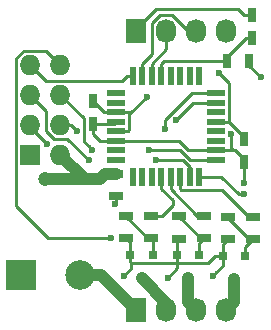
<source format=gbr>
G04 #@! TF.FileFunction,Copper,L1,Top,Signal*
%FSLAX46Y46*%
G04 Gerber Fmt 4.6, Leading zero omitted, Abs format (unit mm)*
G04 Created by KiCad (PCBNEW no-vcs-found-product) date Fr 04 Mär 2016 14:21:00 CET*
%MOMM*%
G01*
G04 APERTURE LIST*
%ADD10C,0.100000*%
%ADD11R,1.727200X1.727200*%
%ADD12O,1.727200X1.727200*%
%ADD13R,0.750000X1.200000*%
%ADD14R,1.600000X0.550000*%
%ADD15R,0.550000X1.600000*%
%ADD16R,1.727200X2.032000*%
%ADD17O,1.727200X2.032000*%
%ADD18R,2.500000X2.500000*%
%ADD19C,2.500000*%
%ADD20R,0.800100X0.800100*%
%ADD21R,0.700000X1.300000*%
%ADD22R,1.300000X0.700000*%
%ADD23C,1.200000*%
%ADD24C,0.600000*%
%ADD25C,1.000000*%
%ADD26C,0.250000*%
G04 APERTURE END LIST*
D10*
D11*
X102685000Y-111240000D03*
D12*
X105225000Y-111240000D03*
X102685000Y-108700000D03*
X105225000Y-108700000D03*
X102685000Y-106160000D03*
X105225000Y-106160000D03*
X102685000Y-103620000D03*
X105225000Y-103620000D03*
D13*
X120800000Y-109950000D03*
X120800000Y-111850000D03*
X108000000Y-106700000D03*
X108000000Y-108600000D03*
X121400000Y-99450000D03*
X121400000Y-101350000D03*
D14*
X109900000Y-106050000D03*
X109900000Y-106850000D03*
X109900000Y-107650000D03*
X109900000Y-108450000D03*
X109900000Y-109250000D03*
X109900000Y-110050000D03*
X109900000Y-110850000D03*
X109900000Y-111650000D03*
D15*
X111350000Y-113100000D03*
X112150000Y-113100000D03*
X112950000Y-113100000D03*
X113750000Y-113100000D03*
X114550000Y-113100000D03*
X115350000Y-113100000D03*
X116150000Y-113100000D03*
X116950000Y-113100000D03*
D14*
X118400000Y-111650000D03*
X118400000Y-110850000D03*
X118400000Y-110050000D03*
X118400000Y-109250000D03*
X118400000Y-108450000D03*
X118400000Y-107650000D03*
X118400000Y-106850000D03*
X118400000Y-106050000D03*
D15*
X116950000Y-104600000D03*
X116150000Y-104600000D03*
X115350000Y-104600000D03*
X114550000Y-104600000D03*
X113750000Y-104600000D03*
X112950000Y-104600000D03*
X112150000Y-104600000D03*
X111350000Y-104600000D03*
D16*
X111635000Y-100725000D03*
D17*
X114175000Y-100725000D03*
X116715000Y-100725000D03*
X119255000Y-100725000D03*
D18*
X101900000Y-121400000D03*
D19*
X106900000Y-121400000D03*
D16*
X111620000Y-124400000D03*
D17*
X114160000Y-124400000D03*
X116700000Y-124400000D03*
X119240000Y-124400000D03*
D20*
X113050000Y-119699240D03*
X111150000Y-119699240D03*
X112100000Y-121698220D03*
X116950000Y-119699240D03*
X115050000Y-119699240D03*
X116000000Y-121698220D03*
X120850000Y-119799240D03*
X118950000Y-119799240D03*
X119900000Y-121798220D03*
D21*
X121200000Y-103300000D03*
X119300000Y-103300000D03*
D22*
X112900000Y-118300000D03*
X112900000Y-116400000D03*
X117400000Y-118300000D03*
X117400000Y-116400000D03*
X110800000Y-118300000D03*
X110800000Y-116400000D03*
X115300000Y-118350000D03*
X115300000Y-116450000D03*
X109900000Y-114750000D03*
X109900000Y-112850000D03*
X121500000Y-118400000D03*
X121500000Y-116500000D03*
X119400000Y-118400000D03*
X119400000Y-116500000D03*
D23*
X103900000Y-113300000D03*
D24*
X118662905Y-104359362D03*
X112510085Y-106333999D03*
X110575000Y-121500000D03*
X114300000Y-121675000D03*
X118112122Y-121512122D03*
X122200000Y-104700000D03*
X119700012Y-109508906D03*
X120800000Y-113675000D03*
X113300000Y-111700000D03*
X107600000Y-111700000D03*
X120739802Y-114600000D03*
X109500000Y-118300000D03*
X112700000Y-110800000D03*
X107900000Y-110800000D03*
X115000000Y-108300000D03*
X106600000Y-109200000D03*
X114100000Y-109100000D03*
X104100000Y-110300000D03*
X109800000Y-115400000D03*
D25*
X104100000Y-113300000D02*
X103900000Y-113300000D01*
D26*
X119525001Y-105514999D02*
X119460001Y-105449999D01*
X119460001Y-105449999D02*
X119460001Y-105156458D01*
X119460001Y-105156458D02*
X118662905Y-104359362D01*
X119450000Y-108450000D02*
X119525001Y-108374999D01*
X119525001Y-108374999D02*
X119525001Y-105514999D01*
D25*
X109000000Y-112850000D02*
X108550000Y-113300000D01*
X109900000Y-112850000D02*
X109000000Y-112850000D01*
X108550000Y-113300000D02*
X107500000Y-113300000D01*
D26*
X119525000Y-108450000D02*
X119450000Y-108450000D01*
X120800000Y-109950000D02*
X120800000Y-109725000D01*
X120800000Y-109725000D02*
X119525000Y-108450000D01*
X119450000Y-108450000D02*
X118400000Y-108450000D01*
D25*
X105225000Y-111240000D02*
X107285000Y-113300000D01*
X107500000Y-113300000D02*
X104100000Y-113300000D01*
D26*
X107285000Y-113300000D02*
X107500000Y-113300000D01*
X109750000Y-113000000D02*
X109900000Y-112850000D01*
X111025001Y-107725001D02*
X111119083Y-107725001D01*
X111119083Y-107725001D02*
X112510085Y-106333999D01*
X109900000Y-107650000D02*
X108950000Y-107650000D01*
X108950000Y-107650000D02*
X108000000Y-106700000D01*
X109900000Y-109250000D02*
X110950000Y-109250000D01*
X110950000Y-109250000D02*
X111025001Y-109174999D01*
X111025001Y-109174999D02*
X111025001Y-107725001D01*
X111025001Y-107725001D02*
X110950000Y-107650000D01*
X110950000Y-107650000D02*
X109900000Y-107650000D01*
X120800000Y-109950000D02*
X120800000Y-109941261D01*
X111225001Y-120424291D02*
X111225001Y-120849999D01*
X111225001Y-120849999D02*
X110575000Y-121500000D01*
X115125001Y-120424291D02*
X115125001Y-120849999D01*
X115125001Y-120849999D02*
X114300000Y-121675000D01*
X118412121Y-121212123D02*
X118112122Y-121512122D01*
X118950000Y-120674244D02*
X118412121Y-121212123D01*
X118950000Y-119799240D02*
X118950000Y-120674244D01*
X115050000Y-119699240D02*
X115050000Y-120349290D01*
X111150000Y-120349290D02*
X111150000Y-119699240D01*
X115050000Y-120349290D02*
X114974999Y-120424291D01*
X114974999Y-120424291D02*
X111225001Y-120424291D01*
X111225001Y-120424291D02*
X111150000Y-120349290D01*
X118950000Y-119799240D02*
X118299950Y-119799240D01*
X118299950Y-119799240D02*
X117674899Y-120424291D01*
X117674899Y-120424291D02*
X115125001Y-120424291D01*
X115125001Y-120424291D02*
X115050000Y-120349290D01*
X118950000Y-119799240D02*
X118950000Y-118850000D01*
X118950000Y-118850000D02*
X119400000Y-118400000D01*
X115050000Y-119699240D02*
X115050000Y-118600000D01*
X115050000Y-118600000D02*
X115300000Y-118350000D01*
X111150000Y-119699240D02*
X111150000Y-118650000D01*
X111150000Y-118650000D02*
X110800000Y-118300000D01*
D25*
X106900000Y-121400000D02*
X108620000Y-121400000D01*
X108620000Y-121400000D02*
X111620000Y-124400000D01*
X107000000Y-121300000D02*
X106900000Y-121400000D01*
D26*
X110950000Y-110050000D02*
X109900000Y-110050000D01*
X115222822Y-110050000D02*
X110950000Y-110050000D01*
X116022822Y-110850000D02*
X115222822Y-110050000D01*
X118400000Y-110850000D02*
X116022822Y-110850000D01*
X121200000Y-103300000D02*
X121200000Y-103700000D01*
X121200000Y-103700000D02*
X122200000Y-104700000D01*
X119700012Y-109933170D02*
X119700012Y-109508906D01*
X119700012Y-110700012D02*
X119700012Y-109933170D01*
X119850000Y-110850000D02*
X119700012Y-110700012D01*
X108000000Y-108600000D02*
X108000000Y-109450000D01*
X108600000Y-110050000D02*
X108850000Y-110050000D01*
X108000000Y-109450000D02*
X108600000Y-110050000D01*
X108850000Y-110050000D02*
X109900000Y-110050000D01*
X108000000Y-108600000D02*
X109750000Y-108600000D01*
X109750000Y-108600000D02*
X109900000Y-108450000D01*
X118400000Y-110850000D02*
X119850000Y-110850000D01*
X119850000Y-110850000D02*
X120025000Y-110850000D01*
X120800000Y-111850000D02*
X120800000Y-113675000D01*
X120025000Y-110850000D02*
X120800000Y-111625000D01*
X120800000Y-111625000D02*
X120800000Y-111850000D01*
X120775000Y-99450000D02*
X120258979Y-98933979D01*
X113273621Y-98933979D02*
X111635000Y-100572600D01*
X120258979Y-98933979D02*
X113273621Y-98933979D01*
X111635000Y-100572600D02*
X111635000Y-100725000D01*
X121400000Y-99450000D02*
X120775000Y-99450000D01*
X119300000Y-103300000D02*
X119300000Y-103000000D01*
X119300000Y-103000000D02*
X120950000Y-101350000D01*
X120950000Y-101350000D02*
X121400000Y-101350000D01*
X119300000Y-103300000D02*
X114000000Y-103300000D01*
X114000000Y-103300000D02*
X113750000Y-103550000D01*
X113750000Y-103550000D02*
X113750000Y-104600000D01*
X115425001Y-114225001D02*
X115350000Y-114150000D01*
X115350000Y-114150000D02*
X115350000Y-113100000D01*
X118925001Y-114225001D02*
X115425001Y-114225001D01*
X121500000Y-116500000D02*
X121200000Y-116500000D01*
X121200000Y-116500000D02*
X118925001Y-114225001D01*
X114750009Y-115113599D02*
X113750000Y-114113590D01*
X114750009Y-115486401D02*
X114750009Y-115113599D01*
X113750000Y-114113590D02*
X113750000Y-113100000D01*
X113836410Y-116400000D02*
X114750009Y-115486401D01*
X112900000Y-116400000D02*
X113836410Y-116400000D01*
X117400000Y-116400000D02*
X116800000Y-116400000D01*
X116800000Y-116400000D02*
X114550000Y-114150000D01*
X114550000Y-114150000D02*
X114550000Y-113100000D01*
X117400000Y-116400000D02*
X117100000Y-116400000D01*
X113300000Y-111700000D02*
X115600000Y-111700000D01*
X115600000Y-111700000D02*
X116150000Y-112250000D01*
X116150000Y-112250000D02*
X116150000Y-113100000D01*
X102685000Y-106160000D02*
X104036399Y-107511399D01*
X104036399Y-107511399D02*
X104036399Y-109270529D01*
X104654471Y-109888601D02*
X105788601Y-109888601D01*
X104036399Y-109270529D02*
X104654471Y-109888601D01*
X105788601Y-109888601D02*
X107600000Y-111700000D01*
X105225000Y-103620000D02*
X104036399Y-102431399D01*
X104036399Y-102431399D02*
X102114471Y-102431399D01*
X102114471Y-102431399D02*
X101496399Y-103049471D01*
X101496399Y-103049471D02*
X101496399Y-115596399D01*
X101496399Y-115596399D02*
X104200000Y-118300000D01*
X104200000Y-118300000D02*
X109500000Y-118300000D01*
X120739802Y-114600000D02*
X120315538Y-114600000D01*
X120315538Y-114600000D02*
X118815538Y-113100000D01*
X118815538Y-113100000D02*
X117475000Y-113100000D01*
X117475000Y-113100000D02*
X116950000Y-113100000D01*
X115336411Y-110800000D02*
X116186411Y-111650000D01*
X112700000Y-110800000D02*
X115336411Y-110800000D01*
X117350000Y-111650000D02*
X118400000Y-111650000D01*
X116186411Y-111650000D02*
X117350000Y-111650000D01*
X107600001Y-110500001D02*
X107900000Y-110800000D01*
X107225002Y-110125002D02*
X107600001Y-110500001D01*
X107225002Y-108160002D02*
X107225002Y-110125002D01*
X105225000Y-106160000D02*
X107225002Y-108160002D01*
X115000000Y-108300000D02*
X116450000Y-106850000D01*
X116450000Y-106850000D02*
X118400000Y-106850000D01*
X105225000Y-108700000D02*
X106100000Y-108700000D01*
X106100000Y-108700000D02*
X106600000Y-109200000D01*
X117350000Y-106050000D02*
X118400000Y-106050000D01*
X116324998Y-106050000D02*
X117350000Y-106050000D01*
X114100000Y-109100000D02*
X114100000Y-108274998D01*
X114100000Y-108274998D02*
X116324998Y-106050000D01*
X102685000Y-108700000D02*
X102685000Y-108885000D01*
X102685000Y-108885000D02*
X104100000Y-110300000D01*
X112950000Y-103550000D02*
X112950000Y-104600000D01*
X114175000Y-102325000D02*
X112950000Y-103550000D01*
X114175000Y-100725000D02*
X114175000Y-102325000D01*
X112950000Y-104175000D02*
X112950000Y-104600000D01*
X112840000Y-104490000D02*
X112950000Y-104600000D01*
X114667338Y-99383990D02*
X116008348Y-100725000D01*
X113682662Y-99383990D02*
X114667338Y-99383990D01*
X112986390Y-102713610D02*
X112986390Y-100080262D01*
X112150000Y-104600000D02*
X112150000Y-103550000D01*
X116008348Y-100725000D02*
X116715000Y-100725000D01*
X112150000Y-103550000D02*
X112986390Y-102713610D01*
X112986390Y-100080262D02*
X113682662Y-99383990D01*
X102685000Y-103620000D02*
X104036399Y-104971399D01*
X110453601Y-104971399D02*
X110825000Y-104600000D01*
X104036399Y-104971399D02*
X110453601Y-104971399D01*
X110825000Y-104600000D02*
X111350000Y-104600000D01*
D25*
X114160000Y-124400000D02*
X114160000Y-123758220D01*
X114160000Y-123758220D02*
X112100000Y-121698220D01*
X116000000Y-121698220D02*
X116000000Y-123700000D01*
X116000000Y-123700000D02*
X116700000Y-124400000D01*
X119900000Y-121798220D02*
X119900000Y-123740000D01*
X119900000Y-123740000D02*
X119240000Y-124400000D01*
D26*
X112900000Y-118300000D02*
X112600000Y-118300000D01*
X112600000Y-118300000D02*
X110800000Y-116500000D01*
X110800000Y-116500000D02*
X110800000Y-116400000D01*
X113050000Y-119699240D02*
X113050000Y-118450000D01*
X113050000Y-118450000D02*
X112900000Y-118300000D01*
X116950000Y-119699240D02*
X116950000Y-118750000D01*
X116950000Y-118750000D02*
X117400000Y-118300000D01*
X117400000Y-118300000D02*
X117100000Y-118300000D01*
X117100000Y-118300000D02*
X115300000Y-116500000D01*
X115300000Y-116500000D02*
X115300000Y-116450000D01*
X120850000Y-119799240D02*
X120850000Y-119050000D01*
X120850000Y-119050000D02*
X121500000Y-118400000D01*
X121500000Y-118400000D02*
X121200000Y-118400000D01*
X121200000Y-118400000D02*
X119400000Y-116600000D01*
X119400000Y-116600000D02*
X119400000Y-116500000D01*
X109900000Y-114750000D02*
X109900000Y-115300000D01*
X109900000Y-115300000D02*
X109800000Y-115400000D01*
M02*

</source>
